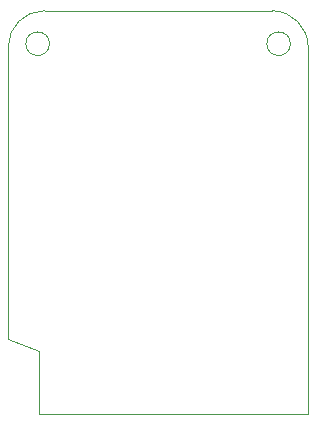
<source format=gm1>
%TF.GenerationSoftware,KiCad,Pcbnew,(6.0.7)*%
%TF.CreationDate,2022-08-05T17:10:29+02:00*%
%TF.ProjectId,C3_mini,43335f6d-696e-4692-9e6b-696361645f70,rev?*%
%TF.SameCoordinates,Original*%
%TF.FileFunction,Profile,NP*%
%FSLAX46Y46*%
G04 Gerber Fmt 4.6, Leading zero omitted, Abs format (unit mm)*
G04 Created by KiCad (PCBNEW (6.0.7)) date 2022-08-05 17:10:29*
%MOMM*%
%LPD*%
G01*
G04 APERTURE LIST*
%TA.AperFunction,Profile*%
%ADD10C,0.100000*%
%TD*%
G04 APERTURE END LIST*
D10*
X32250000Y-61400000D02*
X54980000Y-61400000D01*
X55009184Y-30360193D02*
X54980000Y-61400000D01*
X33100000Y-30025000D02*
G75*
G03*
X33100000Y-30025000I-1000000J0D01*
G01*
X32680000Y-27222889D02*
X51929184Y-27230193D01*
X32250000Y-61400000D02*
X32250000Y-56075000D01*
X29600000Y-55050000D02*
X29600000Y-30302889D01*
X53500000Y-30025000D02*
G75*
G03*
X53500000Y-30025000I-1000000J0D01*
G01*
X55009101Y-30360192D02*
G75*
G03*
X51929184Y-27230193I-3079601J49992D01*
G01*
X32250000Y-56075000D02*
X29600000Y-55050000D01*
X32680000Y-27222900D02*
G75*
G03*
X29600000Y-30302889I0J-3080000D01*
G01*
M02*

</source>
